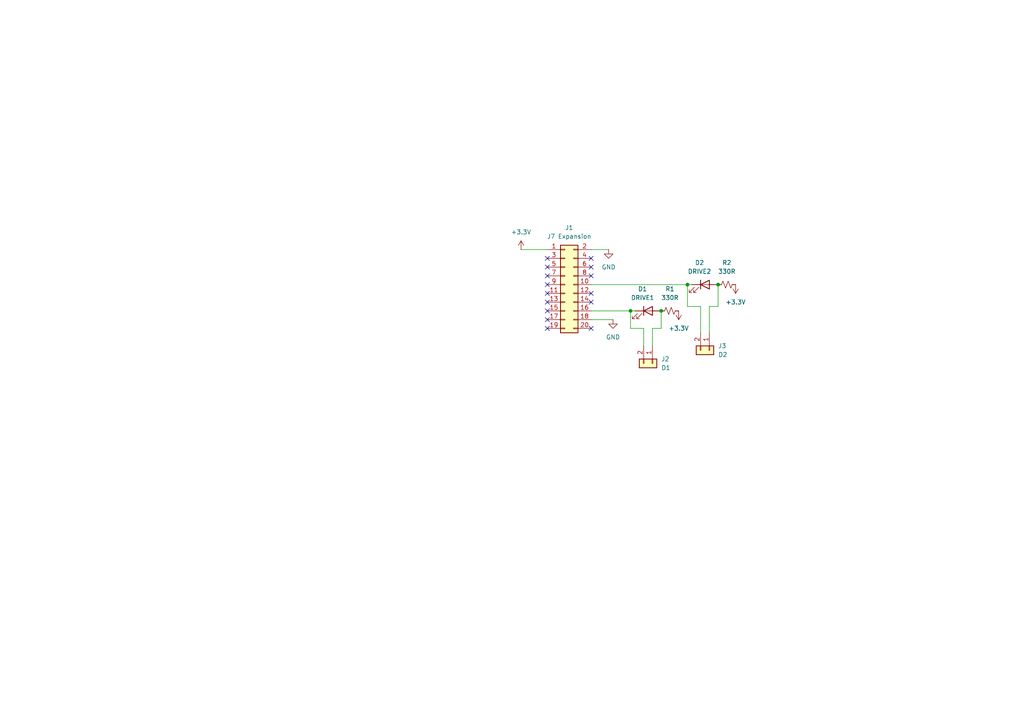
<source format=kicad_sch>
(kicad_sch
	(version 20231120)
	(generator "eeschema")
	(generator_version "8.0")
	(uuid "3d30f19b-60a0-450e-a450-233a16a477a6")
	(paper "A4")
	(title_block
		(title "MFM-Emulator-J7-LED-Board")
		(date "2025-01-05")
		(rev "v1.0")
		(company "Chris Tersteeg")
	)
	(lib_symbols
		(symbol "Connector_Generic:Conn_01x02"
			(pin_names
				(offset 1.016) hide)
			(exclude_from_sim no)
			(in_bom yes)
			(on_board yes)
			(property "Reference" "J"
				(at 0 2.54 0)
				(effects
					(font
						(size 1.27 1.27)
					)
				)
			)
			(property "Value" "Conn_01x02"
				(at 0 -5.08 0)
				(effects
					(font
						(size 1.27 1.27)
					)
				)
			)
			(property "Footprint" ""
				(at 0 0 0)
				(effects
					(font
						(size 1.27 1.27)
					)
					(hide yes)
				)
			)
			(property "Datasheet" "~"
				(at 0 0 0)
				(effects
					(font
						(size 1.27 1.27)
					)
					(hide yes)
				)
			)
			(property "Description" "Generic connector, single row, 01x02, script generated (kicad-library-utils/schlib/autogen/connector/)"
				(at 0 0 0)
				(effects
					(font
						(size 1.27 1.27)
					)
					(hide yes)
				)
			)
			(property "ki_keywords" "connector"
				(at 0 0 0)
				(effects
					(font
						(size 1.27 1.27)
					)
					(hide yes)
				)
			)
			(property "ki_fp_filters" "Connector*:*_1x??_*"
				(at 0 0 0)
				(effects
					(font
						(size 1.27 1.27)
					)
					(hide yes)
				)
			)
			(symbol "Conn_01x02_1_1"
				(rectangle
					(start -1.27 -2.413)
					(end 0 -2.667)
					(stroke
						(width 0.1524)
						(type default)
					)
					(fill
						(type none)
					)
				)
				(rectangle
					(start -1.27 0.127)
					(end 0 -0.127)
					(stroke
						(width 0.1524)
						(type default)
					)
					(fill
						(type none)
					)
				)
				(rectangle
					(start -1.27 1.27)
					(end 1.27 -3.81)
					(stroke
						(width 0.254)
						(type default)
					)
					(fill
						(type background)
					)
				)
				(pin passive line
					(at -5.08 0 0)
					(length 3.81)
					(name "Pin_1"
						(effects
							(font
								(size 1.27 1.27)
							)
						)
					)
					(number "1"
						(effects
							(font
								(size 1.27 1.27)
							)
						)
					)
				)
				(pin passive line
					(at -5.08 -2.54 0)
					(length 3.81)
					(name "Pin_2"
						(effects
							(font
								(size 1.27 1.27)
							)
						)
					)
					(number "2"
						(effects
							(font
								(size 1.27 1.27)
							)
						)
					)
				)
			)
		)
		(symbol "Connector_Generic:Conn_02x10_Odd_Even"
			(pin_names
				(offset 1.016) hide)
			(exclude_from_sim no)
			(in_bom yes)
			(on_board yes)
			(property "Reference" "J"
				(at 1.27 12.7 0)
				(effects
					(font
						(size 1.27 1.27)
					)
				)
			)
			(property "Value" "Conn_02x10_Odd_Even"
				(at 1.27 -15.24 0)
				(effects
					(font
						(size 1.27 1.27)
					)
				)
			)
			(property "Footprint" ""
				(at 0 0 0)
				(effects
					(font
						(size 1.27 1.27)
					)
					(hide yes)
				)
			)
			(property "Datasheet" "~"
				(at 0 0 0)
				(effects
					(font
						(size 1.27 1.27)
					)
					(hide yes)
				)
			)
			(property "Description" "Generic connector, double row, 02x10, odd/even pin numbering scheme (row 1 odd numbers, row 2 even numbers), script generated (kicad-library-utils/schlib/autogen/connector/)"
				(at 0 0 0)
				(effects
					(font
						(size 1.27 1.27)
					)
					(hide yes)
				)
			)
			(property "ki_keywords" "connector"
				(at 0 0 0)
				(effects
					(font
						(size 1.27 1.27)
					)
					(hide yes)
				)
			)
			(property "ki_fp_filters" "Connector*:*_2x??_*"
				(at 0 0 0)
				(effects
					(font
						(size 1.27 1.27)
					)
					(hide yes)
				)
			)
			(symbol "Conn_02x10_Odd_Even_1_1"
				(rectangle
					(start -1.27 -12.573)
					(end 0 -12.827)
					(stroke
						(width 0.1524)
						(type default)
					)
					(fill
						(type none)
					)
				)
				(rectangle
					(start -1.27 -10.033)
					(end 0 -10.287)
					(stroke
						(width 0.1524)
						(type default)
					)
					(fill
						(type none)
					)
				)
				(rectangle
					(start -1.27 -7.493)
					(end 0 -7.747)
					(stroke
						(width 0.1524)
						(type default)
					)
					(fill
						(type none)
					)
				)
				(rectangle
					(start -1.27 -4.953)
					(end 0 -5.207)
					(stroke
						(width 0.1524)
						(type default)
					)
					(fill
						(type none)
					)
				)
				(rectangle
					(start -1.27 -2.413)
					(end 0 -2.667)
					(stroke
						(width 0.1524)
						(type default)
					)
					(fill
						(type none)
					)
				)
				(rectangle
					(start -1.27 0.127)
					(end 0 -0.127)
					(stroke
						(width 0.1524)
						(type default)
					)
					(fill
						(type none)
					)
				)
				(rectangle
					(start -1.27 2.667)
					(end 0 2.413)
					(stroke
						(width 0.1524)
						(type default)
					)
					(fill
						(type none)
					)
				)
				(rectangle
					(start -1.27 5.207)
					(end 0 4.953)
					(stroke
						(width 0.1524)
						(type default)
					)
					(fill
						(type none)
					)
				)
				(rectangle
					(start -1.27 7.747)
					(end 0 7.493)
					(stroke
						(width 0.1524)
						(type default)
					)
					(fill
						(type none)
					)
				)
				(rectangle
					(start -1.27 10.287)
					(end 0 10.033)
					(stroke
						(width 0.1524)
						(type default)
					)
					(fill
						(type none)
					)
				)
				(rectangle
					(start -1.27 11.43)
					(end 3.81 -13.97)
					(stroke
						(width 0.254)
						(type default)
					)
					(fill
						(type background)
					)
				)
				(rectangle
					(start 3.81 -12.573)
					(end 2.54 -12.827)
					(stroke
						(width 0.1524)
						(type default)
					)
					(fill
						(type none)
					)
				)
				(rectangle
					(start 3.81 -10.033)
					(end 2.54 -10.287)
					(stroke
						(width 0.1524)
						(type default)
					)
					(fill
						(type none)
					)
				)
				(rectangle
					(start 3.81 -7.493)
					(end 2.54 -7.747)
					(stroke
						(width 0.1524)
						(type default)
					)
					(fill
						(type none)
					)
				)
				(rectangle
					(start 3.81 -4.953)
					(end 2.54 -5.207)
					(stroke
						(width 0.1524)
						(type default)
					)
					(fill
						(type none)
					)
				)
				(rectangle
					(start 3.81 -2.413)
					(end 2.54 -2.667)
					(stroke
						(width 0.1524)
						(type default)
					)
					(fill
						(type none)
					)
				)
				(rectangle
					(start 3.81 0.127)
					(end 2.54 -0.127)
					(stroke
						(width 0.1524)
						(type default)
					)
					(fill
						(type none)
					)
				)
				(rectangle
					(start 3.81 2.667)
					(end 2.54 2.413)
					(stroke
						(width 0.1524)
						(type default)
					)
					(fill
						(type none)
					)
				)
				(rectangle
					(start 3.81 5.207)
					(end 2.54 4.953)
					(stroke
						(width 0.1524)
						(type default)
					)
					(fill
						(type none)
					)
				)
				(rectangle
					(start 3.81 7.747)
					(end 2.54 7.493)
					(stroke
						(width 0.1524)
						(type default)
					)
					(fill
						(type none)
					)
				)
				(rectangle
					(start 3.81 10.287)
					(end 2.54 10.033)
					(stroke
						(width 0.1524)
						(type default)
					)
					(fill
						(type none)
					)
				)
				(pin passive line
					(at -5.08 10.16 0)
					(length 3.81)
					(name "Pin_1"
						(effects
							(font
								(size 1.27 1.27)
							)
						)
					)
					(number "1"
						(effects
							(font
								(size 1.27 1.27)
							)
						)
					)
				)
				(pin passive line
					(at 7.62 0 180)
					(length 3.81)
					(name "Pin_10"
						(effects
							(font
								(size 1.27 1.27)
							)
						)
					)
					(number "10"
						(effects
							(font
								(size 1.27 1.27)
							)
						)
					)
				)
				(pin passive line
					(at -5.08 -2.54 0)
					(length 3.81)
					(name "Pin_11"
						(effects
							(font
								(size 1.27 1.27)
							)
						)
					)
					(number "11"
						(effects
							(font
								(size 1.27 1.27)
							)
						)
					)
				)
				(pin passive line
					(at 7.62 -2.54 180)
					(length 3.81)
					(name "Pin_12"
						(effects
							(font
								(size 1.27 1.27)
							)
						)
					)
					(number "12"
						(effects
							(font
								(size 1.27 1.27)
							)
						)
					)
				)
				(pin passive line
					(at -5.08 -5.08 0)
					(length 3.81)
					(name "Pin_13"
						(effects
							(font
								(size 1.27 1.27)
							)
						)
					)
					(number "13"
						(effects
							(font
								(size 1.27 1.27)
							)
						)
					)
				)
				(pin passive line
					(at 7.62 -5.08 180)
					(length 3.81)
					(name "Pin_14"
						(effects
							(font
								(size 1.27 1.27)
							)
						)
					)
					(number "14"
						(effects
							(font
								(size 1.27 1.27)
							)
						)
					)
				)
				(pin passive line
					(at -5.08 -7.62 0)
					(length 3.81)
					(name "Pin_15"
						(effects
							(font
								(size 1.27 1.27)
							)
						)
					)
					(number "15"
						(effects
							(font
								(size 1.27 1.27)
							)
						)
					)
				)
				(pin passive line
					(at 7.62 -7.62 180)
					(length 3.81)
					(name "Pin_16"
						(effects
							(font
								(size 1.27 1.27)
							)
						)
					)
					(number "16"
						(effects
							(font
								(size 1.27 1.27)
							)
						)
					)
				)
				(pin passive line
					(at -5.08 -10.16 0)
					(length 3.81)
					(name "Pin_17"
						(effects
							(font
								(size 1.27 1.27)
							)
						)
					)
					(number "17"
						(effects
							(font
								(size 1.27 1.27)
							)
						)
					)
				)
				(pin passive line
					(at 7.62 -10.16 180)
					(length 3.81)
					(name "Pin_18"
						(effects
							(font
								(size 1.27 1.27)
							)
						)
					)
					(number "18"
						(effects
							(font
								(size 1.27 1.27)
							)
						)
					)
				)
				(pin passive line
					(at -5.08 -12.7 0)
					(length 3.81)
					(name "Pin_19"
						(effects
							(font
								(size 1.27 1.27)
							)
						)
					)
					(number "19"
						(effects
							(font
								(size 1.27 1.27)
							)
						)
					)
				)
				(pin passive line
					(at 7.62 10.16 180)
					(length 3.81)
					(name "Pin_2"
						(effects
							(font
								(size 1.27 1.27)
							)
						)
					)
					(number "2"
						(effects
							(font
								(size 1.27 1.27)
							)
						)
					)
				)
				(pin passive line
					(at 7.62 -12.7 180)
					(length 3.81)
					(name "Pin_20"
						(effects
							(font
								(size 1.27 1.27)
							)
						)
					)
					(number "20"
						(effects
							(font
								(size 1.27 1.27)
							)
						)
					)
				)
				(pin passive line
					(at -5.08 7.62 0)
					(length 3.81)
					(name "Pin_3"
						(effects
							(font
								(size 1.27 1.27)
							)
						)
					)
					(number "3"
						(effects
							(font
								(size 1.27 1.27)
							)
						)
					)
				)
				(pin passive line
					(at 7.62 7.62 180)
					(length 3.81)
					(name "Pin_4"
						(effects
							(font
								(size 1.27 1.27)
							)
						)
					)
					(number "4"
						(effects
							(font
								(size 1.27 1.27)
							)
						)
					)
				)
				(pin passive line
					(at -5.08 5.08 0)
					(length 3.81)
					(name "Pin_5"
						(effects
							(font
								(size 1.27 1.27)
							)
						)
					)
					(number "5"
						(effects
							(font
								(size 1.27 1.27)
							)
						)
					)
				)
				(pin passive line
					(at 7.62 5.08 180)
					(length 3.81)
					(name "Pin_6"
						(effects
							(font
								(size 1.27 1.27)
							)
						)
					)
					(number "6"
						(effects
							(font
								(size 1.27 1.27)
							)
						)
					)
				)
				(pin passive line
					(at -5.08 2.54 0)
					(length 3.81)
					(name "Pin_7"
						(effects
							(font
								(size 1.27 1.27)
							)
						)
					)
					(number "7"
						(effects
							(font
								(size 1.27 1.27)
							)
						)
					)
				)
				(pin passive line
					(at 7.62 2.54 180)
					(length 3.81)
					(name "Pin_8"
						(effects
							(font
								(size 1.27 1.27)
							)
						)
					)
					(number "8"
						(effects
							(font
								(size 1.27 1.27)
							)
						)
					)
				)
				(pin passive line
					(at -5.08 0 0)
					(length 3.81)
					(name "Pin_9"
						(effects
							(font
								(size 1.27 1.27)
							)
						)
					)
					(number "9"
						(effects
							(font
								(size 1.27 1.27)
							)
						)
					)
				)
			)
		)
		(symbol "Device:LED"
			(pin_numbers hide)
			(pin_names
				(offset 1.016) hide)
			(exclude_from_sim no)
			(in_bom yes)
			(on_board yes)
			(property "Reference" "D"
				(at 0 2.54 0)
				(effects
					(font
						(size 1.27 1.27)
					)
				)
			)
			(property "Value" "LED"
				(at 0 -2.54 0)
				(effects
					(font
						(size 1.27 1.27)
					)
				)
			)
			(property "Footprint" ""
				(at 0 0 0)
				(effects
					(font
						(size 1.27 1.27)
					)
					(hide yes)
				)
			)
			(property "Datasheet" "~"
				(at 0 0 0)
				(effects
					(font
						(size 1.27 1.27)
					)
					(hide yes)
				)
			)
			(property "Description" "Light emitting diode"
				(at 0 0 0)
				(effects
					(font
						(size 1.27 1.27)
					)
					(hide yes)
				)
			)
			(property "ki_keywords" "LED diode"
				(at 0 0 0)
				(effects
					(font
						(size 1.27 1.27)
					)
					(hide yes)
				)
			)
			(property "ki_fp_filters" "LED* LED_SMD:* LED_THT:*"
				(at 0 0 0)
				(effects
					(font
						(size 1.27 1.27)
					)
					(hide yes)
				)
			)
			(symbol "LED_0_1"
				(polyline
					(pts
						(xy -1.27 -1.27) (xy -1.27 1.27)
					)
					(stroke
						(width 0.254)
						(type default)
					)
					(fill
						(type none)
					)
				)
				(polyline
					(pts
						(xy -1.27 0) (xy 1.27 0)
					)
					(stroke
						(width 0)
						(type default)
					)
					(fill
						(type none)
					)
				)
				(polyline
					(pts
						(xy 1.27 -1.27) (xy 1.27 1.27) (xy -1.27 0) (xy 1.27 -1.27)
					)
					(stroke
						(width 0.254)
						(type default)
					)
					(fill
						(type none)
					)
				)
				(polyline
					(pts
						(xy -3.048 -0.762) (xy -4.572 -2.286) (xy -3.81 -2.286) (xy -4.572 -2.286) (xy -4.572 -1.524)
					)
					(stroke
						(width 0)
						(type default)
					)
					(fill
						(type none)
					)
				)
				(polyline
					(pts
						(xy -1.778 -0.762) (xy -3.302 -2.286) (xy -2.54 -2.286) (xy -3.302 -2.286) (xy -3.302 -1.524)
					)
					(stroke
						(width 0)
						(type default)
					)
					(fill
						(type none)
					)
				)
			)
			(symbol "LED_1_1"
				(pin passive line
					(at -3.81 0 0)
					(length 2.54)
					(name "K"
						(effects
							(font
								(size 1.27 1.27)
							)
						)
					)
					(number "1"
						(effects
							(font
								(size 1.27 1.27)
							)
						)
					)
				)
				(pin passive line
					(at 3.81 0 180)
					(length 2.54)
					(name "A"
						(effects
							(font
								(size 1.27 1.27)
							)
						)
					)
					(number "2"
						(effects
							(font
								(size 1.27 1.27)
							)
						)
					)
				)
			)
		)
		(symbol "Device:R_Small_US"
			(pin_numbers hide)
			(pin_names
				(offset 0.254) hide)
			(exclude_from_sim no)
			(in_bom yes)
			(on_board yes)
			(property "Reference" "R"
				(at 0.762 0.508 0)
				(effects
					(font
						(size 1.27 1.27)
					)
					(justify left)
				)
			)
			(property "Value" "R_Small_US"
				(at 0.762 -1.016 0)
				(effects
					(font
						(size 1.27 1.27)
					)
					(justify left)
				)
			)
			(property "Footprint" ""
				(at 0 0 0)
				(effects
					(font
						(size 1.27 1.27)
					)
					(hide yes)
				)
			)
			(property "Datasheet" "~"
				(at 0 0 0)
				(effects
					(font
						(size 1.27 1.27)
					)
					(hide yes)
				)
			)
			(property "Description" "Resistor, small US symbol"
				(at 0 0 0)
				(effects
					(font
						(size 1.27 1.27)
					)
					(hide yes)
				)
			)
			(property "ki_keywords" "r resistor"
				(at 0 0 0)
				(effects
					(font
						(size 1.27 1.27)
					)
					(hide yes)
				)
			)
			(property "ki_fp_filters" "R_*"
				(at 0 0 0)
				(effects
					(font
						(size 1.27 1.27)
					)
					(hide yes)
				)
			)
			(symbol "R_Small_US_1_1"
				(polyline
					(pts
						(xy 0 0) (xy 1.016 -0.381) (xy 0 -0.762) (xy -1.016 -1.143) (xy 0 -1.524)
					)
					(stroke
						(width 0)
						(type default)
					)
					(fill
						(type none)
					)
				)
				(polyline
					(pts
						(xy 0 1.524) (xy 1.016 1.143) (xy 0 0.762) (xy -1.016 0.381) (xy 0 0)
					)
					(stroke
						(width 0)
						(type default)
					)
					(fill
						(type none)
					)
				)
				(pin passive line
					(at 0 2.54 270)
					(length 1.016)
					(name "~"
						(effects
							(font
								(size 1.27 1.27)
							)
						)
					)
					(number "1"
						(effects
							(font
								(size 1.27 1.27)
							)
						)
					)
				)
				(pin passive line
					(at 0 -2.54 90)
					(length 1.016)
					(name "~"
						(effects
							(font
								(size 1.27 1.27)
							)
						)
					)
					(number "2"
						(effects
							(font
								(size 1.27 1.27)
							)
						)
					)
				)
			)
		)
		(symbol "power:+3.3V"
			(power)
			(pin_numbers hide)
			(pin_names
				(offset 0) hide)
			(exclude_from_sim no)
			(in_bom yes)
			(on_board yes)
			(property "Reference" "#PWR"
				(at 0 -3.81 0)
				(effects
					(font
						(size 1.27 1.27)
					)
					(hide yes)
				)
			)
			(property "Value" "+3.3V"
				(at 0 3.556 0)
				(effects
					(font
						(size 1.27 1.27)
					)
				)
			)
			(property "Footprint" ""
				(at 0 0 0)
				(effects
					(font
						(size 1.27 1.27)
					)
					(hide yes)
				)
			)
			(property "Datasheet" ""
				(at 0 0 0)
				(effects
					(font
						(size 1.27 1.27)
					)
					(hide yes)
				)
			)
			(property "Description" "Power symbol creates a global label with name \"+3.3V\""
				(at 0 0 0)
				(effects
					(font
						(size 1.27 1.27)
					)
					(hide yes)
				)
			)
			(property "ki_keywords" "global power"
				(at 0 0 0)
				(effects
					(font
						(size 1.27 1.27)
					)
					(hide yes)
				)
			)
			(symbol "+3.3V_0_1"
				(polyline
					(pts
						(xy -0.762 1.27) (xy 0 2.54)
					)
					(stroke
						(width 0)
						(type default)
					)
					(fill
						(type none)
					)
				)
				(polyline
					(pts
						(xy 0 0) (xy 0 2.54)
					)
					(stroke
						(width 0)
						(type default)
					)
					(fill
						(type none)
					)
				)
				(polyline
					(pts
						(xy 0 2.54) (xy 0.762 1.27)
					)
					(stroke
						(width 0)
						(type default)
					)
					(fill
						(type none)
					)
				)
			)
			(symbol "+3.3V_1_1"
				(pin power_in line
					(at 0 0 90)
					(length 0)
					(name "~"
						(effects
							(font
								(size 1.27 1.27)
							)
						)
					)
					(number "1"
						(effects
							(font
								(size 1.27 1.27)
							)
						)
					)
				)
			)
		)
		(symbol "power:GND"
			(power)
			(pin_numbers hide)
			(pin_names
				(offset 0) hide)
			(exclude_from_sim no)
			(in_bom yes)
			(on_board yes)
			(property "Reference" "#PWR"
				(at 0 -6.35 0)
				(effects
					(font
						(size 1.27 1.27)
					)
					(hide yes)
				)
			)
			(property "Value" "GND"
				(at 0 -3.81 0)
				(effects
					(font
						(size 1.27 1.27)
					)
				)
			)
			(property "Footprint" ""
				(at 0 0 0)
				(effects
					(font
						(size 1.27 1.27)
					)
					(hide yes)
				)
			)
			(property "Datasheet" ""
				(at 0 0 0)
				(effects
					(font
						(size 1.27 1.27)
					)
					(hide yes)
				)
			)
			(property "Description" "Power symbol creates a global label with name \"GND\" , ground"
				(at 0 0 0)
				(effects
					(font
						(size 1.27 1.27)
					)
					(hide yes)
				)
			)
			(property "ki_keywords" "global power"
				(at 0 0 0)
				(effects
					(font
						(size 1.27 1.27)
					)
					(hide yes)
				)
			)
			(symbol "GND_0_1"
				(polyline
					(pts
						(xy 0 0) (xy 0 -1.27) (xy 1.27 -1.27) (xy 0 -2.54) (xy -1.27 -1.27) (xy 0 -1.27)
					)
					(stroke
						(width 0)
						(type default)
					)
					(fill
						(type none)
					)
				)
			)
			(symbol "GND_1_1"
				(pin power_in line
					(at 0 0 270)
					(length 0)
					(name "~"
						(effects
							(font
								(size 1.27 1.27)
							)
						)
					)
					(number "1"
						(effects
							(font
								(size 1.27 1.27)
							)
						)
					)
				)
			)
		)
	)
	(junction
		(at 182.88 90.17)
		(diameter 0)
		(color 0 0 0 0)
		(uuid "194d8120-23b9-4244-b0c0-48c73ea07c51")
	)
	(junction
		(at 199.39 82.55)
		(diameter 0)
		(color 0 0 0 0)
		(uuid "1bffe593-c0bf-43ca-8ce9-5e92a7b63c44")
	)
	(junction
		(at 191.77 90.17)
		(diameter 0)
		(color 0 0 0 0)
		(uuid "2089ea38-ef1f-4364-89c5-9f29ac9e6c72")
	)
	(junction
		(at 208.28 82.55)
		(diameter 0)
		(color 0 0 0 0)
		(uuid "28ef59f1-22a0-4a24-b3c8-1f0044ec1676")
	)
	(no_connect
		(at 171.45 80.01)
		(uuid "09a1cdf0-c826-4f74-bb03-6027af36efe8")
	)
	(no_connect
		(at 158.75 92.71)
		(uuid "14fb6c7a-c8f4-4aed-9f13-6885ce43873e")
	)
	(no_connect
		(at 158.75 74.93)
		(uuid "27eb018b-8793-4bca-89e6-9eb2ee530435")
	)
	(no_connect
		(at 171.45 77.47)
		(uuid "5c7ea59d-cd4c-4235-bc0c-75cf8b302ee3")
	)
	(no_connect
		(at 158.75 82.55)
		(uuid "7803e8e9-9378-43e0-9bc3-8f27be1c8dde")
	)
	(no_connect
		(at 171.45 74.93)
		(uuid "7f6e05e2-8d17-4f33-bf45-4f7c1b5f1f7f")
	)
	(no_connect
		(at 158.75 90.17)
		(uuid "89222189-ece0-4376-bc41-9c9a780e61ab")
	)
	(no_connect
		(at 171.45 85.09)
		(uuid "8b418c03-8bca-4c75-bf1a-f8c43b7d0d58")
	)
	(no_connect
		(at 158.75 87.63)
		(uuid "a44aa1e5-24e4-4b30-8de0-598a7ac80bc1")
	)
	(no_connect
		(at 158.75 85.09)
		(uuid "ab1f47e8-8b62-4aed-a308-1825fe4a6536")
	)
	(no_connect
		(at 171.45 95.25)
		(uuid "ab23db9a-f318-48e2-9458-80d0da727110")
	)
	(no_connect
		(at 158.75 77.47)
		(uuid "e7ed2f3d-0d75-45ce-8eda-2a64935495b6")
	)
	(no_connect
		(at 158.75 95.25)
		(uuid "f2bc25bc-a5e7-412a-a1e0-6ca6a690d051")
	)
	(no_connect
		(at 171.45 87.63)
		(uuid "f63d75f0-ad52-4f29-9d5a-c56a47517292")
	)
	(no_connect
		(at 158.75 80.01)
		(uuid "fc052b39-8fc5-40d7-a7c5-02161666cbc9")
	)
	(wire
		(pts
			(xy 199.39 88.9) (xy 199.39 82.55)
		)
		(stroke
			(width 0)
			(type default)
		)
		(uuid "0551de95-3f93-4d13-93a6-6a9b256f1b8c")
	)
	(wire
		(pts
			(xy 182.88 90.17) (xy 184.15 90.17)
		)
		(stroke
			(width 0)
			(type default)
		)
		(uuid "162cbf2f-c651-491c-9110-3a777b6cc19f")
	)
	(wire
		(pts
			(xy 171.45 92.71) (xy 177.8 92.71)
		)
		(stroke
			(width 0)
			(type default)
		)
		(uuid "21fcd0d0-a430-4edc-8547-e5979f657b72")
	)
	(wire
		(pts
			(xy 191.77 90.17) (xy 191.77 95.25)
		)
		(stroke
			(width 0)
			(type default)
		)
		(uuid "23669637-92cb-4cb1-8a6d-baad1b85637b")
	)
	(wire
		(pts
			(xy 189.23 95.25) (xy 191.77 95.25)
		)
		(stroke
			(width 0)
			(type default)
		)
		(uuid "300517a9-717a-4585-a103-e0d9bf992887")
	)
	(wire
		(pts
			(xy 171.45 72.39) (xy 176.53 72.39)
		)
		(stroke
			(width 0)
			(type default)
		)
		(uuid "45768865-6fff-46b4-b3d6-3739d6de4370")
	)
	(wire
		(pts
			(xy 151.13 72.39) (xy 158.75 72.39)
		)
		(stroke
			(width 0)
			(type default)
		)
		(uuid "5bf16bad-3930-43d6-b8c3-b821e16de499")
	)
	(wire
		(pts
			(xy 208.28 88.9) (xy 208.28 82.55)
		)
		(stroke
			(width 0)
			(type default)
		)
		(uuid "5dafa646-f0a2-43e0-aa8b-cf672ecb450b")
	)
	(wire
		(pts
			(xy 203.2 96.52) (xy 203.2 88.9)
		)
		(stroke
			(width 0)
			(type default)
		)
		(uuid "617c4cb3-79d6-416c-86c7-6d9b955b6ad4")
	)
	(wire
		(pts
			(xy 189.23 100.33) (xy 189.23 95.25)
		)
		(stroke
			(width 0)
			(type default)
		)
		(uuid "7389deed-1e39-419c-a28c-cd41dc983100")
	)
	(wire
		(pts
			(xy 205.74 96.52) (xy 205.74 88.9)
		)
		(stroke
			(width 0)
			(type default)
		)
		(uuid "851bb6d8-2960-4414-9d7b-b44803a43a76")
	)
	(wire
		(pts
			(xy 205.74 88.9) (xy 208.28 88.9)
		)
		(stroke
			(width 0)
			(type default)
		)
		(uuid "a1717101-045a-4fb5-82d1-7aa91bb3947d")
	)
	(wire
		(pts
			(xy 182.88 95.25) (xy 182.88 90.17)
		)
		(stroke
			(width 0)
			(type default)
		)
		(uuid "aabad805-b8f6-49ac-a987-4a9422dd2b85")
	)
	(wire
		(pts
			(xy 171.45 90.17) (xy 182.88 90.17)
		)
		(stroke
			(width 0)
			(type default)
		)
		(uuid "adec3fe6-f4de-4ce2-8f15-fa904b2d4800")
	)
	(wire
		(pts
			(xy 171.45 82.55) (xy 199.39 82.55)
		)
		(stroke
			(width 0)
			(type default)
		)
		(uuid "ae26538e-0217-4633-9836-e2fac5efc669")
	)
	(wire
		(pts
			(xy 186.69 95.25) (xy 182.88 95.25)
		)
		(stroke
			(width 0)
			(type default)
		)
		(uuid "c304b6bc-6d88-41fe-ac5c-6681b6d3e81e")
	)
	(wire
		(pts
			(xy 199.39 82.55) (xy 200.66 82.55)
		)
		(stroke
			(width 0)
			(type default)
		)
		(uuid "ca696186-b86c-4393-84f2-bc8c65989a97")
	)
	(wire
		(pts
			(xy 203.2 88.9) (xy 199.39 88.9)
		)
		(stroke
			(width 0)
			(type default)
		)
		(uuid "d5eced0c-303a-40e8-98e5-77852e8c9a72")
	)
	(wire
		(pts
			(xy 186.69 100.33) (xy 186.69 95.25)
		)
		(stroke
			(width 0)
			(type default)
		)
		(uuid "f42431e4-da86-49c0-bb2a-60903f12ff10")
	)
	(symbol
		(lib_id "Connector_Generic:Conn_01x02")
		(at 205.74 101.6 270)
		(unit 1)
		(exclude_from_sim no)
		(in_bom yes)
		(on_board yes)
		(dnp no)
		(fields_autoplaced yes)
		(uuid "193d2e84-95a8-45dd-bcdb-fc38894dd85f")
		(property "Reference" "J3"
			(at 208.28 100.3299 90)
			(effects
				(font
					(size 1.27 1.27)
				)
				(justify left)
			)
		)
		(property "Value" "D2"
			(at 208.28 102.8699 90)
			(effects
				(font
					(size 1.27 1.27)
				)
				(justify left)
			)
		)
		(property "Footprint" "Connector_PinHeader_2.54mm:PinHeader_1x02_P2.54mm_Vertical"
			(at 205.74 101.6 0)
			(effects
				(font
					(size 1.27 1.27)
				)
				(hide yes)
			)
		)
		(property "Datasheet" "~"
			(at 205.74 101.6 0)
			(effects
				(font
					(size 1.27 1.27)
				)
				(hide yes)
			)
		)
		(property "Description" "Generic connector, single row, 01x02, script generated (kicad-library-utils/schlib/autogen/connector/)"
			(at 205.74 101.6 0)
			(effects
				(font
					(size 1.27 1.27)
				)
				(hide yes)
			)
		)
		(pin "1"
			(uuid "a700d755-2cb2-4ac9-95c4-f44acb3ca776")
		)
		(pin "2"
			(uuid "d734aabf-d8b1-4a93-995c-30643fd30ad3")
		)
		(instances
			(project ""
				(path "/3d30f19b-60a0-450e-a450-233a16a477a6"
					(reference "J3")
					(unit 1)
				)
			)
		)
	)
	(symbol
		(lib_id "Connector_Generic:Conn_01x02")
		(at 189.23 105.41 270)
		(unit 1)
		(exclude_from_sim no)
		(in_bom yes)
		(on_board yes)
		(dnp no)
		(fields_autoplaced yes)
		(uuid "3337bd84-a140-4123-ab06-9cc9021c4a94")
		(property "Reference" "J2"
			(at 191.77 104.1399 90)
			(effects
				(font
					(size 1.27 1.27)
				)
				(justify left)
			)
		)
		(property "Value" "D1"
			(at 191.77 106.6799 90)
			(effects
				(font
					(size 1.27 1.27)
				)
				(justify left)
			)
		)
		(property "Footprint" "Connector_PinHeader_2.54mm:PinHeader_1x02_P2.54mm_Vertical"
			(at 189.23 105.41 0)
			(effects
				(font
					(size 1.27 1.27)
				)
				(hide yes)
			)
		)
		(property "Datasheet" "~"
			(at 189.23 105.41 0)
			(effects
				(font
					(size 1.27 1.27)
				)
				(hide yes)
			)
		)
		(property "Description" "Generic connector, single row, 01x02, script generated (kicad-library-utils/schlib/autogen/connector/)"
			(at 189.23 105.41 0)
			(effects
				(font
					(size 1.27 1.27)
				)
				(hide yes)
			)
		)
		(pin "1"
			(uuid "a700d755-2cb2-4ac9-95c4-f44acb3ca776")
		)
		(pin "2"
			(uuid "d734aabf-d8b1-4a93-995c-30643fd30ad3")
		)
		(instances
			(project ""
				(path "/3d30f19b-60a0-450e-a450-233a16a477a6"
					(reference "J2")
					(unit 1)
				)
			)
		)
	)
	(symbol
		(lib_id "power:+3.3V")
		(at 151.13 72.39 0)
		(unit 1)
		(exclude_from_sim no)
		(in_bom yes)
		(on_board yes)
		(dnp no)
		(fields_autoplaced yes)
		(uuid "64d12b68-8ed6-449f-aa18-a9162612a62a")
		(property "Reference" "#PWR01"
			(at 151.13 76.2 0)
			(effects
				(font
					(size 1.27 1.27)
				)
				(hide yes)
			)
		)
		(property "Value" "+3.3V"
			(at 151.13 67.31 0)
			(effects
				(font
					(size 1.27 1.27)
				)
			)
		)
		(property "Footprint" ""
			(at 151.13 72.39 0)
			(effects
				(font
					(size 1.27 1.27)
				)
				(hide yes)
			)
		)
		(property "Datasheet" ""
			(at 151.13 72.39 0)
			(effects
				(font
					(size 1.27 1.27)
				)
				(hide yes)
			)
		)
		(property "Description" "Power symbol creates a global label with name \"+3.3V\""
			(at 151.13 72.39 0)
			(effects
				(font
					(size 1.27 1.27)
				)
				(hide yes)
			)
		)
		(pin "1"
			(uuid "8487db81-dd6b-4e71-9a70-6ed38debabdb")
		)
		(instances
			(project ""
				(path "/3d30f19b-60a0-450e-a450-233a16a477a6"
					(reference "#PWR01")
					(unit 1)
				)
			)
		)
	)
	(symbol
		(lib_id "power:+3.3V")
		(at 213.36 82.55 180)
		(unit 1)
		(exclude_from_sim no)
		(in_bom yes)
		(on_board yes)
		(dnp no)
		(fields_autoplaced yes)
		(uuid "6f95db50-c452-4a62-93f4-0b5f71ce6d2e")
		(property "Reference" "#PWR03"
			(at 213.36 78.74 0)
			(effects
				(font
					(size 1.27 1.27)
				)
				(hide yes)
			)
		)
		(property "Value" "+3.3V"
			(at 213.36 87.63 0)
			(effects
				(font
					(size 1.27 1.27)
				)
			)
		)
		(property "Footprint" ""
			(at 213.36 82.55 0)
			(effects
				(font
					(size 1.27 1.27)
				)
				(hide yes)
			)
		)
		(property "Datasheet" ""
			(at 213.36 82.55 0)
			(effects
				(font
					(size 1.27 1.27)
				)
				(hide yes)
			)
		)
		(property "Description" "Power symbol creates a global label with name \"+3.3V\""
			(at 213.36 82.55 0)
			(effects
				(font
					(size 1.27 1.27)
				)
				(hide yes)
			)
		)
		(pin "1"
			(uuid "2078eca1-db35-4b38-a517-3cd9de5f5a4e")
		)
		(instances
			(project "MFM-Emulator-J7-LED-Board"
				(path "/3d30f19b-60a0-450e-a450-233a16a477a6"
					(reference "#PWR03")
					(unit 1)
				)
			)
		)
	)
	(symbol
		(lib_id "Device:LED")
		(at 187.96 90.17 0)
		(unit 1)
		(exclude_from_sim no)
		(in_bom yes)
		(on_board yes)
		(dnp no)
		(fields_autoplaced yes)
		(uuid "749e4047-d8a8-49e6-ad74-32d5c91ea7e4")
		(property "Reference" "D1"
			(at 186.3725 83.82 0)
			(effects
				(font
					(size 1.27 1.27)
				)
			)
		)
		(property "Value" "DRIVE1"
			(at 186.3725 86.36 0)
			(effects
				(font
					(size 1.27 1.27)
				)
			)
		)
		(property "Footprint" "LED_SMD:LED_0805_2012Metric_Pad1.15x1.40mm_HandSolder"
			(at 187.96 90.17 0)
			(effects
				(font
					(size 1.27 1.27)
				)
				(hide yes)
			)
		)
		(property "Datasheet" "~"
			(at 187.96 90.17 0)
			(effects
				(font
					(size 1.27 1.27)
				)
				(hide yes)
			)
		)
		(property "Description" "Light emitting diode"
			(at 187.96 90.17 0)
			(effects
				(font
					(size 1.27 1.27)
				)
				(hide yes)
			)
		)
		(pin "1"
			(uuid "6e960380-3b5b-4722-9a41-2c3c85fa6b4b")
		)
		(pin "2"
			(uuid "8c509e47-0927-43a5-9254-0e0352a4f597")
		)
		(instances
			(project ""
				(path "/3d30f19b-60a0-450e-a450-233a16a477a6"
					(reference "D1")
					(unit 1)
				)
			)
		)
	)
	(symbol
		(lib_id "Device:R_Small_US")
		(at 194.31 90.17 90)
		(unit 1)
		(exclude_from_sim no)
		(in_bom yes)
		(on_board yes)
		(dnp no)
		(fields_autoplaced yes)
		(uuid "82bacdba-cf59-45f4-9095-585794ab4087")
		(property "Reference" "R1"
			(at 194.31 83.82 90)
			(effects
				(font
					(size 1.27 1.27)
				)
			)
		)
		(property "Value" "330R"
			(at 194.31 86.36 90)
			(effects
				(font
					(size 1.27 1.27)
				)
			)
		)
		(property "Footprint" "Resistor_SMD:R_0805_2012Metric_Pad1.20x1.40mm_HandSolder"
			(at 194.31 90.17 0)
			(effects
				(font
					(size 1.27 1.27)
				)
				(hide yes)
			)
		)
		(property "Datasheet" "~"
			(at 194.31 90.17 0)
			(effects
				(font
					(size 1.27 1.27)
				)
				(hide yes)
			)
		)
		(property "Description" "Resistor, small US symbol"
			(at 194.31 90.17 0)
			(effects
				(font
					(size 1.27 1.27)
				)
				(hide yes)
			)
		)
		(pin "2"
			(uuid "c3eb480f-b161-410c-8981-adf20d883a03")
		)
		(pin "1"
			(uuid "8ec73cb9-2df4-470f-9e0a-52b984a2912b")
		)
		(instances
			(project ""
				(path "/3d30f19b-60a0-450e-a450-233a16a477a6"
					(reference "R1")
					(unit 1)
				)
			)
		)
	)
	(symbol
		(lib_id "power:GND")
		(at 176.53 72.39 0)
		(unit 1)
		(exclude_from_sim no)
		(in_bom yes)
		(on_board yes)
		(dnp no)
		(fields_autoplaced yes)
		(uuid "9f01d3a7-d4a8-44af-ac0b-d5924ad8dfb3")
		(property "Reference" "#PWR05"
			(at 176.53 78.74 0)
			(effects
				(font
					(size 1.27 1.27)
				)
				(hide yes)
			)
		)
		(property "Value" "GND"
			(at 176.53 77.47 0)
			(effects
				(font
					(size 1.27 1.27)
				)
			)
		)
		(property "Footprint" ""
			(at 176.53 72.39 0)
			(effects
				(font
					(size 1.27 1.27)
				)
				(hide yes)
			)
		)
		(property "Datasheet" ""
			(at 176.53 72.39 0)
			(effects
				(font
					(size 1.27 1.27)
				)
				(hide yes)
			)
		)
		(property "Description" "Power symbol creates a global label with name \"GND\" , ground"
			(at 176.53 72.39 0)
			(effects
				(font
					(size 1.27 1.27)
				)
				(hide yes)
			)
		)
		(pin "1"
			(uuid "0f53704b-7a21-478d-a068-5090ab441041")
		)
		(instances
			(project "MFM-Emulator-J7-LED-Board"
				(path "/3d30f19b-60a0-450e-a450-233a16a477a6"
					(reference "#PWR05")
					(unit 1)
				)
			)
		)
	)
	(symbol
		(lib_id "power:GND")
		(at 177.8 92.71 0)
		(unit 1)
		(exclude_from_sim no)
		(in_bom yes)
		(on_board yes)
		(dnp no)
		(fields_autoplaced yes)
		(uuid "b27373c5-c2b4-46bf-a9fd-b38fdc245711")
		(property "Reference" "#PWR02"
			(at 177.8 99.06 0)
			(effects
				(font
					(size 1.27 1.27)
				)
				(hide yes)
			)
		)
		(property "Value" "GND"
			(at 177.8 97.79 0)
			(effects
				(font
					(size 1.27 1.27)
				)
			)
		)
		(property "Footprint" ""
			(at 177.8 92.71 0)
			(effects
				(font
					(size 1.27 1.27)
				)
				(hide yes)
			)
		)
		(property "Datasheet" ""
			(at 177.8 92.71 0)
			(effects
				(font
					(size 1.27 1.27)
				)
				(hide yes)
			)
		)
		(property "Description" "Power symbol creates a global label with name \"GND\" , ground"
			(at 177.8 92.71 0)
			(effects
				(font
					(size 1.27 1.27)
				)
				(hide yes)
			)
		)
		(pin "1"
			(uuid "b4f9aef1-9ea6-4e19-8134-1d4d9840073d")
		)
		(instances
			(project ""
				(path "/3d30f19b-60a0-450e-a450-233a16a477a6"
					(reference "#PWR02")
					(unit 1)
				)
			)
		)
	)
	(symbol
		(lib_id "Connector_Generic:Conn_02x10_Odd_Even")
		(at 163.83 82.55 0)
		(unit 1)
		(exclude_from_sim no)
		(in_bom yes)
		(on_board yes)
		(dnp no)
		(fields_autoplaced yes)
		(uuid "bbae5c87-6064-49fa-b82f-1077e17c0488")
		(property "Reference" "J1"
			(at 165.1 66.04 0)
			(effects
				(font
					(size 1.27 1.27)
				)
			)
		)
		(property "Value" "J7 Expansion"
			(at 165.1 68.58 0)
			(effects
				(font
					(size 1.27 1.27)
				)
			)
		)
		(property "Footprint" "Connector_PinSocket_2.54mm:PinSocket_2x10_P2.54mm_Vertical"
			(at 163.83 82.55 0)
			(effects
				(font
					(size 1.27 1.27)
				)
				(hide yes)
			)
		)
		(property "Datasheet" "~"
			(at 163.83 82.55 0)
			(effects
				(font
					(size 1.27 1.27)
				)
				(hide yes)
			)
		)
		(property "Description" "Generic connector, double row, 02x10, odd/even pin numbering scheme (row 1 odd numbers, row 2 even numbers), script generated (kicad-library-utils/schlib/autogen/connector/)"
			(at 163.83 82.55 0)
			(effects
				(font
					(size 1.27 1.27)
				)
				(hide yes)
			)
		)
		(pin "15"
			(uuid "8f1cf681-58b3-494f-bc10-4f640c3411e6")
		)
		(pin "16"
			(uuid "14e79243-e131-460b-8eca-e36931e8e10a")
		)
		(pin "3"
			(uuid "9a1b7065-5e2b-480c-b395-61c051bc7587")
		)
		(pin "11"
			(uuid "83bdc395-27ce-4df5-bc9e-f2a5b3e402db")
		)
		(pin "8"
			(uuid "198f0691-afad-4d90-92d0-7b48aa2afd6a")
		)
		(pin "1"
			(uuid "6c2fd006-cd4f-4f2d-8d0f-f13cb8216b83")
		)
		(pin "7"
			(uuid "bc97342d-76b8-4c67-878b-4a911174711d")
		)
		(pin "17"
			(uuid "53961c83-6e29-44a3-86a5-b1e3c13efbc1")
		)
		(pin "19"
			(uuid "b9563c24-0ff8-44dc-be42-34c5d9607f1f")
		)
		(pin "10"
			(uuid "6a630332-c16a-4150-bfc5-2a7fa225ab77")
		)
		(pin "18"
			(uuid "d869771f-6cc9-46f1-9e2d-8be8ed9f1bda")
		)
		(pin "6"
			(uuid "85a335a7-e24d-4d86-b13c-ae4f4b788df2")
		)
		(pin "9"
			(uuid "1cb05ff0-a362-4edb-9b5a-9b9d5b9cad9a")
		)
		(pin "4"
			(uuid "79ca358d-805a-4cc2-9104-9485a93df291")
		)
		(pin "5"
			(uuid "4e2c3218-0c24-47b7-862b-54d637ed8b6f")
		)
		(pin "2"
			(uuid "00891143-f4db-4690-be0c-9f5c3a92dd40")
		)
		(pin "12"
			(uuid "31a618bc-9625-41ad-800e-27fa292e7ac3")
		)
		(pin "20"
			(uuid "786a9522-6b1b-45cb-92bf-ac298ea7f99e")
		)
		(pin "13"
			(uuid "531881f7-4574-4c07-8159-95e06e7b9503")
		)
		(pin "14"
			(uuid "23626335-1146-4063-b833-0838a4fbabb6")
		)
		(instances
			(project ""
				(path "/3d30f19b-60a0-450e-a450-233a16a477a6"
					(reference "J1")
					(unit 1)
				)
			)
		)
	)
	(symbol
		(lib_id "power:+3.3V")
		(at 196.85 90.17 180)
		(unit 1)
		(exclude_from_sim no)
		(in_bom yes)
		(on_board yes)
		(dnp no)
		(fields_autoplaced yes)
		(uuid "c084ecc6-2bb7-4938-b391-e4ef5e271eca")
		(property "Reference" "#PWR04"
			(at 196.85 86.36 0)
			(effects
				(font
					(size 1.27 1.27)
				)
				(hide yes)
			)
		)
		(property "Value" "+3.3V"
			(at 196.85 95.25 0)
			(effects
				(font
					(size 1.27 1.27)
				)
			)
		)
		(property "Footprint" ""
			(at 196.85 90.17 0)
			(effects
				(font
					(size 1.27 1.27)
				)
				(hide yes)
			)
		)
		(property "Datasheet" ""
			(at 196.85 90.17 0)
			(effects
				(font
					(size 1.27 1.27)
				)
				(hide yes)
			)
		)
		(property "Description" "Power symbol creates a global label with name \"+3.3V\""
			(at 196.85 90.17 0)
			(effects
				(font
					(size 1.27 1.27)
				)
				(hide yes)
			)
		)
		(pin "1"
			(uuid "156366b0-2425-4909-9849-d7e3a1caf0ac")
		)
		(instances
			(project "MFM-Emulator-J7-LED-Board"
				(path "/3d30f19b-60a0-450e-a450-233a16a477a6"
					(reference "#PWR04")
					(unit 1)
				)
			)
		)
	)
	(symbol
		(lib_id "Device:LED")
		(at 204.47 82.55 0)
		(unit 1)
		(exclude_from_sim no)
		(in_bom yes)
		(on_board yes)
		(dnp no)
		(fields_autoplaced yes)
		(uuid "cd5be3da-7152-4c12-b618-106fe3368ca7")
		(property "Reference" "D2"
			(at 202.8825 76.2 0)
			(effects
				(font
					(size 1.27 1.27)
				)
			)
		)
		(property "Value" "DRIVE2"
			(at 202.8825 78.74 0)
			(effects
				(font
					(size 1.27 1.27)
				)
			)
		)
		(property "Footprint" "LED_SMD:LED_0805_2012Metric_Pad1.15x1.40mm_HandSolder"
			(at 204.47 82.55 0)
			(effects
				(font
					(size 1.27 1.27)
				)
				(hide yes)
			)
		)
		(property "Datasheet" "~"
			(at 204.47 82.55 0)
			(effects
				(font
					(size 1.27 1.27)
				)
				(hide yes)
			)
		)
		(property "Description" "Light emitting diode"
			(at 204.47 82.55 0)
			(effects
				(font
					(size 1.27 1.27)
				)
				(hide yes)
			)
		)
		(pin "1"
			(uuid "6e960380-3b5b-4722-9a41-2c3c85fa6b4c")
		)
		(pin "2"
			(uuid "8c509e47-0927-43a5-9254-0e0352a4f598")
		)
		(instances
			(project ""
				(path "/3d30f19b-60a0-450e-a450-233a16a477a6"
					(reference "D2")
					(unit 1)
				)
			)
		)
	)
	(symbol
		(lib_id "Device:R_Small_US")
		(at 210.82 82.55 90)
		(unit 1)
		(exclude_from_sim no)
		(in_bom yes)
		(on_board yes)
		(dnp no)
		(fields_autoplaced yes)
		(uuid "ce578c48-f636-4b4a-a3cd-aaac4dea15d4")
		(property "Reference" "R2"
			(at 210.82 76.2 90)
			(effects
				(font
					(size 1.27 1.27)
				)
			)
		)
		(property "Value" "330R"
			(at 210.82 78.74 90)
			(effects
				(font
					(size 1.27 1.27)
				)
			)
		)
		(property "Footprint" "Resistor_SMD:R_0805_2012Metric_Pad1.20x1.40mm_HandSolder"
			(at 210.82 82.55 0)
			(effects
				(font
					(size 1.27 1.27)
				)
				(hide yes)
			)
		)
		(property "Datasheet" "~"
			(at 210.82 82.55 0)
			(effects
				(font
					(size 1.27 1.27)
				)
				(hide yes)
			)
		)
		(property "Description" "Resistor, small US symbol"
			(at 210.82 82.55 0)
			(effects
				(font
					(size 1.27 1.27)
				)
				(hide yes)
			)
		)
		(pin "2"
			(uuid "2c8b636d-5e85-444f-9e8e-9b04cccb96cd")
		)
		(pin "1"
			(uuid "b8072a02-30f9-4061-93ae-4a536f45d0f8")
		)
		(instances
			(project "MFM-Emulator-J7-LED-Board"
				(path "/3d30f19b-60a0-450e-a450-233a16a477a6"
					(reference "R2")
					(unit 1)
				)
			)
		)
	)
	(sheet_instances
		(path "/"
			(page "1")
		)
	)
)

</source>
